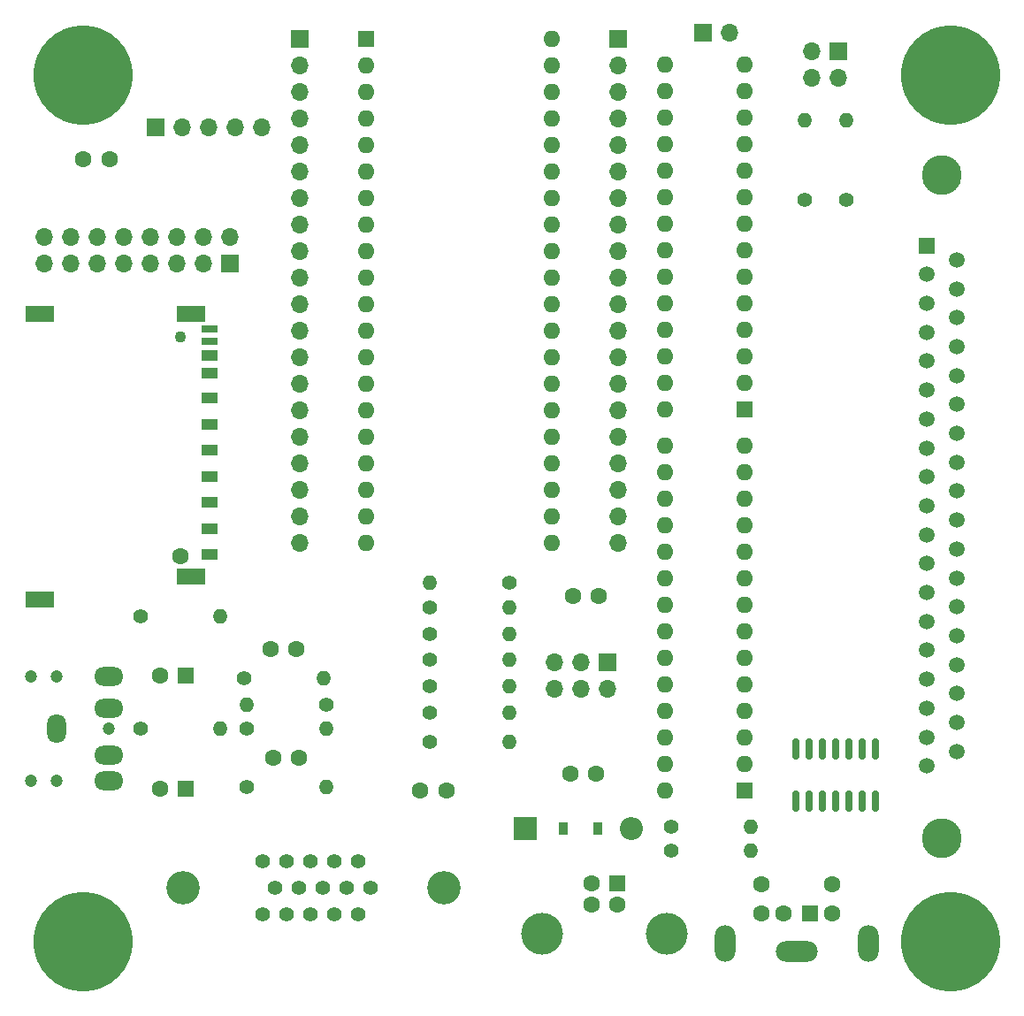
<source format=gts>
G04 #@! TF.GenerationSoftware,KiCad,Pcbnew,(6.0.1)*
G04 #@! TF.CreationDate,2022-05-27T09:58:54-04:00*
G04 #@! TF.ProjectId,PiPicoMite-02,50695069-636f-44d6-9974-652d30322e6b,2*
G04 #@! TF.SameCoordinates,Original*
G04 #@! TF.FileFunction,Soldermask,Top*
G04 #@! TF.FilePolarity,Negative*
%FSLAX46Y46*%
G04 Gerber Fmt 4.6, Leading zero omitted, Abs format (unit mm)*
G04 Created by KiCad (PCBNEW (6.0.1)) date 2022-05-27 09:58:54*
%MOMM*%
%LPD*%
G01*
G04 APERTURE LIST*
G04 Aperture macros list*
%AMRoundRect*
0 Rectangle with rounded corners*
0 $1 Rounding radius*
0 $2 $3 $4 $5 $6 $7 $8 $9 X,Y pos of 4 corners*
0 Add a 4 corners polygon primitive as box body*
4,1,4,$2,$3,$4,$5,$6,$7,$8,$9,$2,$3,0*
0 Add four circle primitives for the rounded corners*
1,1,$1+$1,$2,$3*
1,1,$1+$1,$4,$5*
1,1,$1+$1,$6,$7*
1,1,$1+$1,$8,$9*
0 Add four rect primitives between the rounded corners*
20,1,$1+$1,$2,$3,$4,$5,0*
20,1,$1+$1,$4,$5,$6,$7,0*
20,1,$1+$1,$6,$7,$8,$9,0*
20,1,$1+$1,$8,$9,$2,$3,0*%
G04 Aperture macros list end*
%ADD10R,1.700000X1.700000*%
%ADD11O,1.700000X1.700000*%
%ADD12R,1.600000X1.600000*%
%ADD13O,1.600000X1.600000*%
%ADD14C,1.400000*%
%ADD15O,1.400000X1.400000*%
%ADD16C,1.520000*%
%ADD17C,3.810000*%
%ADD18R,1.520000X1.520000*%
%ADD19C,3.200000*%
%ADD20C,1.397000*%
%ADD21C,1.600000*%
%ADD22C,1.100000*%
%ADD23R,1.500000X1.000000*%
%ADD24R,1.500000X0.700000*%
%ADD25R,2.800000X1.500000*%
%ADD26C,4.000000*%
%ADD27C,9.525000*%
%ADD28R,0.900000X1.200000*%
%ADD29R,2.200000X2.200000*%
%ADD30O,2.200000X2.200000*%
%ADD31C,1.200000*%
%ADD32O,2.800000X1.800000*%
%ADD33O,1.800000X2.800000*%
%ADD34RoundRect,0.150000X-0.150000X0.825000X-0.150000X-0.825000X0.150000X-0.825000X0.150000X0.825000X0*%
%ADD35O,2.000000X3.500000*%
%ADD36O,4.000000X2.000000*%
G04 APERTURE END LIST*
D10*
X56134000Y-62179200D03*
D11*
X56134000Y-64719200D03*
X53594000Y-62179200D03*
X53594000Y-64719200D03*
X51054000Y-62179200D03*
X51054000Y-64719200D03*
D12*
X69316600Y-74472800D03*
D13*
X69316600Y-71932800D03*
X69316600Y-69392800D03*
X69316600Y-66852800D03*
X69316600Y-64312800D03*
X69316600Y-61772800D03*
X69316600Y-59232800D03*
X69316600Y-56692800D03*
X69316600Y-54152800D03*
X69316600Y-51612800D03*
X69316600Y-49072800D03*
X69316600Y-46532800D03*
X69316600Y-43992800D03*
X69316600Y-41452800D03*
X61696600Y-41452800D03*
X61696600Y-43992800D03*
X61696600Y-46532800D03*
X61696600Y-49072800D03*
X61696600Y-51612800D03*
X61696600Y-54152800D03*
X61696600Y-56692800D03*
X61696600Y-59232800D03*
X61696600Y-61772800D03*
X61696600Y-64312800D03*
X61696600Y-66852800D03*
X61696600Y-69392800D03*
X61696600Y-71932800D03*
X61696600Y-74472800D03*
D12*
X69281200Y-38039200D03*
D13*
X69281200Y-35499200D03*
X69281200Y-32959200D03*
X69281200Y-30419200D03*
X69281200Y-27879200D03*
X69281200Y-25339200D03*
X69281200Y-22799200D03*
X69281200Y-20259200D03*
X69281200Y-17719200D03*
X69281200Y-15179200D03*
X69281200Y-12639200D03*
X69281200Y-10099200D03*
X69281200Y-7559200D03*
X69281200Y-5019200D03*
X61661200Y-5019200D03*
X61661200Y-7559200D03*
X61661200Y-10099200D03*
X61661200Y-12639200D03*
X61661200Y-15179200D03*
X61661200Y-17719200D03*
X61661200Y-20259200D03*
X61661200Y-22799200D03*
X61661200Y-25339200D03*
X61661200Y-27879200D03*
X61661200Y-30419200D03*
X61661200Y-32959200D03*
X61661200Y-35499200D03*
X61661200Y-38039200D03*
D14*
X46812200Y-54635400D03*
D15*
X39192200Y-54635400D03*
D14*
X79044800Y-17907000D03*
D15*
X79044800Y-10287000D03*
D14*
X75057000Y-17907000D03*
D15*
X75057000Y-10287000D03*
D16*
X89593600Y-70743600D03*
X89593600Y-67973600D03*
X89593600Y-65203600D03*
X89593600Y-62433600D03*
X89593600Y-59663600D03*
X89593600Y-56893600D03*
X89593600Y-54133600D03*
X89593600Y-51363600D03*
X89593600Y-48593600D03*
X89593600Y-45823600D03*
X89593600Y-43053600D03*
X89593600Y-40283600D03*
X89593600Y-37513600D03*
X89593600Y-34753600D03*
X89593600Y-31983600D03*
X89593600Y-29213600D03*
X89593600Y-26443600D03*
X89593600Y-23673600D03*
X86753600Y-72133600D03*
X86753600Y-69373600D03*
X86753600Y-66603600D03*
X86753600Y-63833600D03*
X86753600Y-61063600D03*
X86753600Y-58293600D03*
X86753600Y-55523600D03*
X86753600Y-52753600D03*
X86753600Y-49993600D03*
X86753600Y-47223600D03*
D17*
X88173600Y-79093600D03*
X88173600Y-15593600D03*
D16*
X86753600Y-44453600D03*
X86753600Y-41683600D03*
X86753600Y-38913600D03*
X86753600Y-36143600D03*
X86753600Y-33373600D03*
X86753600Y-30613600D03*
X86753600Y-27843600D03*
X86753600Y-25073600D03*
D18*
X86753600Y-22303600D03*
D10*
X78237000Y-3728800D03*
D11*
X78237000Y-6268800D03*
X75697000Y-3728800D03*
X75697000Y-6268800D03*
D10*
X65323800Y-1930400D03*
D11*
X67863800Y-1930400D03*
D19*
X40501510Y-83813590D03*
X15512990Y-83813590D03*
D20*
X32317630Y-81273590D03*
X30026550Y-81273590D03*
X27740550Y-81273590D03*
X25446930Y-81273590D03*
X23158390Y-81273590D03*
X33463170Y-83813590D03*
X31172090Y-83813590D03*
X28881010Y-83813590D03*
X26592470Y-83813590D03*
X24301390Y-83813590D03*
X32317630Y-86353590D03*
X30026550Y-86353590D03*
X27738010Y-86351050D03*
X25446930Y-86353590D03*
X23158390Y-86353590D03*
D21*
X15280500Y-52045000D03*
D22*
X15280500Y-31045000D03*
D23*
X18080500Y-49425000D03*
X18080500Y-46925000D03*
X18080500Y-44425000D03*
X18080500Y-41925000D03*
X18080500Y-39425000D03*
X18080500Y-36925000D03*
X18080500Y-34505000D03*
X18080500Y-32805000D03*
X18080500Y-51925000D03*
D24*
X18080500Y-31465000D03*
X18080500Y-30325000D03*
D25*
X16280500Y-53995000D03*
X16280500Y-28895000D03*
X1780500Y-28895000D03*
X1780500Y-56195000D03*
D14*
X39190000Y-57000000D03*
D15*
X46810000Y-57000000D03*
D14*
X39190000Y-59500000D03*
D15*
X46810000Y-59500000D03*
D14*
X21336000Y-63754000D03*
D15*
X28956000Y-63754000D03*
D14*
X39190000Y-62000000D03*
D15*
X46810000Y-62000000D03*
D14*
X39190000Y-64500000D03*
D15*
X46810000Y-64500000D03*
D14*
X39116000Y-69850000D03*
D15*
X46736000Y-69850000D03*
D14*
X39190000Y-67056000D03*
D15*
X46810000Y-67056000D03*
D12*
X33020000Y-2540000D03*
D13*
X33020000Y-5080000D03*
X33020000Y-7620000D03*
X33020000Y-10160000D03*
X33020000Y-12700000D03*
X33020000Y-15240000D03*
X33020000Y-17780000D03*
X33020000Y-20320000D03*
X33020000Y-22860000D03*
X33020000Y-25400000D03*
X33020000Y-27940000D03*
X33020000Y-30480000D03*
X33020000Y-33020000D03*
X33020000Y-35560000D03*
X33020000Y-38100000D03*
X33020000Y-40640000D03*
X33020000Y-43180000D03*
X33020000Y-45720000D03*
X33020000Y-48260000D03*
X33020000Y-50800000D03*
X50800000Y-50800000D03*
X50800000Y-48260000D03*
X50800000Y-45720000D03*
X50800000Y-43180000D03*
X50800000Y-40640000D03*
X50800000Y-38100000D03*
X50800000Y-35560000D03*
X50800000Y-33020000D03*
X50800000Y-30480000D03*
X50800000Y-27940000D03*
X50800000Y-25400000D03*
X50800000Y-22860000D03*
X50800000Y-20320000D03*
X50800000Y-17780000D03*
X50800000Y-15240000D03*
X50800000Y-12700000D03*
X50800000Y-10160000D03*
X50800000Y-7620000D03*
X50800000Y-5080000D03*
X50800000Y-2540000D03*
D12*
X57130000Y-83382500D03*
D21*
X54630000Y-83382500D03*
X54630000Y-85382500D03*
X57130000Y-85382500D03*
D26*
X49880000Y-88242500D03*
X61880000Y-88242500D03*
D21*
X38250000Y-74500000D03*
X40750000Y-74500000D03*
D12*
X15810113Y-63500000D03*
D21*
X13310113Y-63500000D03*
X23896000Y-60960000D03*
X26396000Y-60960000D03*
X52598000Y-72898000D03*
X55098000Y-72898000D03*
X6000000Y-14000000D03*
X8500000Y-14000000D03*
X52852000Y-55880000D03*
X55352000Y-55880000D03*
D14*
X21590000Y-74168000D03*
D15*
X29210000Y-74168000D03*
D27*
X6000000Y-6000000D03*
X89000000Y-6000000D03*
X6000000Y-89000000D03*
X89000000Y-89000000D03*
D14*
X11430000Y-57785000D03*
D15*
X19050000Y-57785000D03*
D10*
X12925000Y-11000000D03*
D11*
X15465000Y-11000000D03*
X18005000Y-11000000D03*
X20545000Y-11000000D03*
X23085000Y-11000000D03*
D28*
X51945000Y-78105000D03*
X55245000Y-78105000D03*
D10*
X20000000Y-24000000D03*
D11*
X20000000Y-21460000D03*
X17460000Y-24000000D03*
X17460000Y-21460000D03*
X14920000Y-24000000D03*
X14920000Y-21460000D03*
X12380000Y-24000000D03*
X12380000Y-21460000D03*
X9840000Y-24000000D03*
X9840000Y-21460000D03*
X7300000Y-24000000D03*
X7300000Y-21460000D03*
X4760000Y-24000000D03*
X4760000Y-21460000D03*
X2220000Y-24000000D03*
X2220000Y-21460000D03*
D29*
X48260000Y-78105000D03*
D30*
X58420000Y-78105000D03*
D21*
X24150000Y-71374000D03*
X26650000Y-71374000D03*
D31*
X3445000Y-63580000D03*
X3445000Y-73580000D03*
X945000Y-73580000D03*
X945000Y-63580000D03*
X8445000Y-68580000D03*
D32*
X8445000Y-63580000D03*
X8445000Y-66580000D03*
D33*
X3445000Y-68580000D03*
D32*
X8445000Y-73580000D03*
X8445000Y-71080000D03*
D10*
X57150000Y-2540000D03*
D11*
X57150000Y-5080000D03*
X57150000Y-7620000D03*
X57150000Y-10160000D03*
X57150000Y-12700000D03*
X57150000Y-15240000D03*
X57150000Y-17780000D03*
X57150000Y-20320000D03*
X57150000Y-22860000D03*
X57150000Y-25400000D03*
X57150000Y-27940000D03*
X57150000Y-30480000D03*
X57150000Y-33020000D03*
X57150000Y-35560000D03*
X57150000Y-38100000D03*
X57150000Y-40640000D03*
X57150000Y-43180000D03*
X57150000Y-45720000D03*
X57150000Y-48260000D03*
X57150000Y-50800000D03*
D14*
X29210000Y-66294000D03*
D15*
X21590000Y-66294000D03*
D14*
X62230000Y-80264000D03*
D15*
X69850000Y-80264000D03*
D14*
X62230000Y-77978000D03*
D15*
X69850000Y-77978000D03*
D12*
X15810113Y-74295000D03*
D21*
X13310113Y-74295000D03*
D34*
X81810000Y-70525000D03*
X80540000Y-70525000D03*
X79270000Y-70525000D03*
X78000000Y-70525000D03*
X76730000Y-70525000D03*
X75460000Y-70525000D03*
X74190000Y-70525000D03*
X74190000Y-75475000D03*
X75460000Y-75475000D03*
X76730000Y-75475000D03*
X78000000Y-75475000D03*
X79270000Y-75475000D03*
X80540000Y-75475000D03*
X81810000Y-75475000D03*
D12*
X75605000Y-86290000D03*
D21*
X73005000Y-86290000D03*
X77705000Y-86290000D03*
X70905000Y-86290000D03*
X77705000Y-83490000D03*
X70905000Y-83490000D03*
D35*
X67455000Y-89140000D03*
X81155000Y-89140000D03*
D36*
X74305000Y-89940000D03*
D14*
X11430000Y-68580000D03*
D15*
X19050000Y-68580000D03*
D14*
X21590000Y-68580000D03*
D15*
X29210000Y-68580000D03*
D10*
X26670000Y-2540000D03*
D11*
X26670000Y-5080000D03*
X26670000Y-7620000D03*
X26670000Y-10160000D03*
X26670000Y-12700000D03*
X26670000Y-15240000D03*
X26670000Y-17780000D03*
X26670000Y-20320000D03*
X26670000Y-22860000D03*
X26670000Y-25400000D03*
X26670000Y-27940000D03*
X26670000Y-30480000D03*
X26670000Y-33020000D03*
X26670000Y-35560000D03*
X26670000Y-38100000D03*
X26670000Y-40640000D03*
X26670000Y-43180000D03*
X26670000Y-45720000D03*
X26670000Y-48260000D03*
X26670000Y-50800000D03*
M02*

</source>
